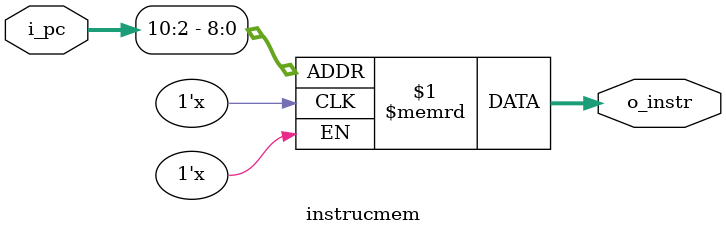
<source format=sv>
/*-----------------------------------------------------------------------------
    PBL3 - RISC-V Single Cycle Processor  
    Instruction Memory Module

    File name: instrucmem.sv

    Objective:
        Implement a byte-addressable instruction memory for RISC-V processor.
        Provides read-only storage for program instructions with word-aligned access.

        A parameterized instruction memory module supporting configurable address space.

    Specification:
        - Configurable memory size via address width parameter
        - Word-aligned access (32-bit instructions)
        - Read-only operation (ROM behavior)
        - Byte address to word address conversion
        - Fully synthesizable (initialized as ROM)
-----------------------------------------------------------------------------*/

`timescale 1ns / 1ps  // Set simulation time unit to 1ns, precision to 1ps
module instrucmem #(
    parameter P_DATA_WIDTH = 32,                // Word size (4 bytes)
    parameter P_ADDR_WIDTH = 11                 // Byte address width (1024 bytes)
)(
    input  logic [P_ADDR_WIDTH-1:0] i_pc,       // 10-bit PC counter address
    output logic [P_DATA_WIDTH-1:0] o_instr     // 32-bit data instruction
);
    // 1KB memory: 256 words (32-bit each)
    logic [P_DATA_WIDTH-1:0] l_rom [0:255];     // 256 words = 2^8
                                                // To access a 32-bit word in ROM, 
                                                // we need to ignore the 2 least s
                                                // ignificant bits by discarding 
                                                // the 2 LSBs (i_pc[1:0])

    // Convert byte address to word address (divide by 4)
    assign o_instr = l_rom[i_pc[P_ADDR_WIDTH-1:2]];

endmodule
</source>
